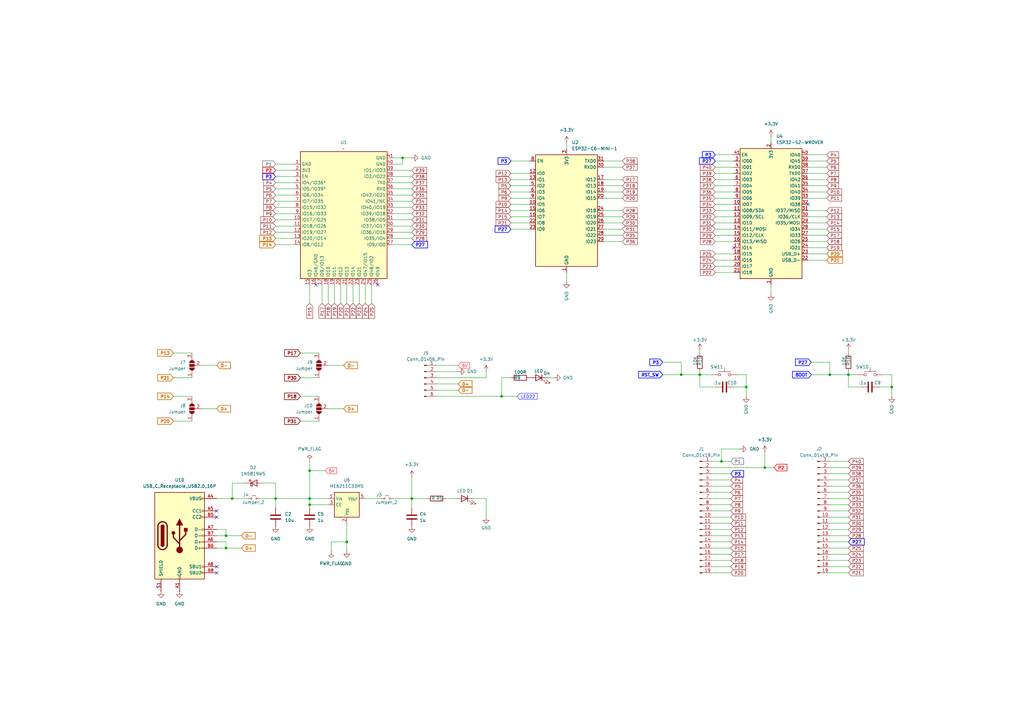
<source format=kicad_sch>
(kicad_sch (version 20250114) (generator "eeschema") (generator_version "9.0")
  (paper "A3")
  (junction (at 365.76 158.75))
  (junction (at 142.24 222.25))
  (junction (at 347.98 153.67))
  (junction (at 95.25 204.47))
  (junction (at 165.1 64.77))
  (junction (at 127 204.47))
  (junction (at 92.71 224.79))
  (junction (at 205.74 162.56))
  (junction (at 306.07 158.75))
  (junction (at 113.03 204.47))
  (junction (at 340.36 153.67))
  (junction (at 279.4 153.67))
  (junction (at 127 207.01))
  (junction (at 168.91 204.47))
  (junction (at 295.91 189.23))
  (junction (at 92.71 219.71))
  (junction (at 127 193.04))
  (junction (at 287.02 153.67))
  (junction (at 313.69 191.77))
  (no_connect (at 331.47 83.82))
  (no_connect (at 154.94 116.84))
  (no_connect (at 88.9 209.55))
  (no_connect (at 300.99 101.6))
  (no_connect (at 88.9 234.95))
  (no_connect (at 88.9 212.09))
  (no_connect (at 129.54 116.84))
  (no_connect (at 88.9 232.41))
  (wire (pts (xy 339.09 93.98) (xy 331.47 93.98)))
  (wire (pts (xy 293.37 68.58) (xy 300.99 68.58)))
  (wire (pts (xy 299.72 207.01) (xy 292.1 207.01)))
  (wire (pts (xy 134.62 124.46) (xy 134.62 116.84)))
  (wire (pts (xy 299.72 227.33) (xy 292.1 227.33)))
  (wire (pts (xy 113.03 100.33) (xy 120.65 100.33)))
  (wire (pts (xy 293.37 109.22) (xy 300.99 109.22)))
  (wire (pts (xy 255.27 93.98) (xy 247.65 93.98)))
  (wire (pts (xy 113.03 74.93) (xy 120.65 74.93)))
  (wire (pts (xy 106.68 204.47) (xy 113.03 204.47)))
  (wire (pts (xy 209.55 88.9) (xy 217.17 88.9)))
  (wire (pts (xy 168.91 87.63) (xy 161.29 87.63)))
  (wire (pts (xy 347.98 153.67) (xy 347.98 158.75)))
  (wire (pts (xy 139.7 124.46) (xy 139.7 116.84)))
  (wire (pts (xy 127 208.28) (xy 127 207.01)))
  (wire (pts (xy 299.72 201.93) (xy 292.1 201.93)))
  (wire (pts (xy 292.1 153.67) (xy 287.02 153.67)))
  (wire (pts (xy 179.07 162.56) (xy 205.74 162.56)))
  (wire (pts (xy 299.72 209.55) (xy 292.1 209.55)))
  (wire (pts (xy 293.37 71.12) (xy 300.99 71.12)))
  (wire (pts (xy 299.72 222.25) (xy 292.1 222.25)))
  (wire (pts (xy 168.91 80.01) (xy 161.29 80.01)))
  (wire (pts (xy 232.41 111.76) (xy 232.41 115.57)))
  (wire (pts (xy 92.71 224.79) (xy 99.06 224.79)))
  (wire (pts (xy 293.37 83.82) (xy 300.99 83.82)))
  (wire (pts (xy 205.74 162.56) (xy 212.09 162.56)))
  (wire (pts (xy 339.09 104.14) (xy 331.47 104.14)))
  (wire (pts (xy 316.23 55.88) (xy 316.23 58.42)))
  (wire (pts (xy 347.98 212.09) (xy 340.36 212.09)))
  (wire (pts (xy 209.55 83.82) (xy 217.17 83.82)))
  (wire (pts (xy 168.91 92.71) (xy 161.29 92.71)))
  (wire (pts (xy 113.03 90.17) (xy 120.65 90.17)))
  (wire (pts (xy 92.71 219.71) (xy 99.06 219.71)))
  (wire (pts (xy 134.62 167.64) (xy 140.97 167.64)))
  (wire (pts (xy 127 189.23) (xy 127 193.04)))
  (wire (pts (xy 147.32 124.46) (xy 147.32 116.84)))
  (wire (pts (xy 279.4 148.59) (xy 279.4 153.67)))
  (wire (pts (xy 135.89 222.25) (xy 135.89 226.06)))
  (wire (pts (xy 224.79 154.94) (xy 227.33 154.94)))
  (wire (pts (xy 209.55 81.28) (xy 217.17 81.28)))
  (wire (pts (xy 113.03 80.01) (xy 120.65 80.01)))
  (wire (pts (xy 199.39 212.09) (xy 199.39 204.47)))
  (wire (pts (xy 271.78 153.67) (xy 279.4 153.67)))
  (wire (pts (xy 127 207.01) (xy 134.62 207.01)))
  (wire (pts (xy 293.37 99.06) (xy 300.99 99.06)))
  (wire (pts (xy 127 204.47) (xy 134.62 204.47)))
  (wire (pts (xy 339.09 81.28) (xy 331.47 81.28)))
  (wire (pts (xy 168.91 82.55) (xy 161.29 82.55)))
  (wire (pts (xy 149.86 204.47) (xy 156.21 204.47)))
  (wire (pts (xy 168.91 95.25) (xy 161.29 95.25)))
  (wire (pts (xy 142.24 222.25) (xy 142.24 226.06)))
  (wire (pts (xy 134.62 149.86) (xy 140.97 149.86)))
  (wire (pts (xy 165.1 64.77) (xy 168.91 64.77)))
  (wire (pts (xy 365.76 162.56) (xy 365.76 158.75)))
  (wire (pts (xy 340.36 153.67) (xy 347.98 153.67)))
  (wire (pts (xy 255.27 86.36) (xy 247.65 86.36)))
  (wire (pts (xy 339.09 99.06) (xy 331.47 99.06)))
  (wire (pts (xy 299.72 224.79) (xy 292.1 224.79)))
  (wire (pts (xy 293.37 81.28) (xy 300.99 81.28)))
  (wire (pts (xy 347.98 224.79) (xy 340.36 224.79)))
  (wire (pts (xy 209.55 71.12) (xy 217.17 71.12)))
  (wire (pts (xy 339.09 71.12) (xy 331.47 71.12)))
  (wire (pts (xy 299.72 196.85) (xy 292.1 196.85)))
  (wire (pts (xy 347.98 219.71) (xy 340.36 219.71)))
  (wire (pts (xy 88.9 224.79) (xy 92.71 224.79)))
  (wire (pts (xy 168.91 72.39) (xy 161.29 72.39)))
  (wire (pts (xy 113.03 204.47) (xy 127 204.47)))
  (wire (pts (xy 339.09 96.52) (xy 331.47 96.52)))
  (wire (pts (xy 168.91 204.47) (xy 168.91 208.28)))
  (wire (pts (xy 88.9 204.47) (xy 95.25 204.47)))
  (wire (pts (xy 95.25 198.12) (xy 100.33 198.12)))
  (wire (pts (xy 88.9 217.17) (xy 92.71 217.17)))
  (wire (pts (xy 107.95 198.12) (xy 113.03 198.12)))
  (wire (pts (xy 209.55 78.74) (xy 217.17 78.74)))
  (wire (pts (xy 339.09 66.04) (xy 331.47 66.04)))
  (wire (pts (xy 293.37 104.14) (xy 300.99 104.14)))
  (wire (pts (xy 293.37 73.66) (xy 300.99 73.66)))
  (wire (pts (xy 137.16 124.46) (xy 137.16 116.84)))
  (wire (pts (xy 339.09 88.9) (xy 331.47 88.9)))
  (wire (pts (xy 299.72 217.17) (xy 292.1 217.17)))
  (wire (pts (xy 209.55 76.2) (xy 217.17 76.2)))
  (wire (pts (xy 339.09 91.44) (xy 331.47 91.44)))
  (wire (pts (xy 113.03 85.09) (xy 120.65 85.09)))
  (wire (pts (xy 306.07 158.75) (xy 300.99 158.75)))
  (wire (pts (xy 293.37 63.5) (xy 300.99 63.5)))
  (wire (pts (xy 347.98 229.87) (xy 340.36 229.87)))
  (wire (pts (xy 123.19 172.72) (xy 130.81 172.72)))
  (wire (pts (xy 71.12 154.94) (xy 78.74 154.94)))
  (wire (pts (xy 347.98 234.95) (xy 340.36 234.95)))
  (wire (pts (xy 347.98 227.33) (xy 340.36 227.33)))
  (wire (pts (xy 293.37 86.36) (xy 300.99 86.36)))
  (wire (pts (xy 149.86 124.46) (xy 149.86 116.84)))
  (wire (pts (xy 306.07 153.67) (xy 302.26 153.67)))
  (wire (pts (xy 113.03 198.12) (xy 113.03 204.47)))
  (wire (pts (xy 161.29 67.31) (xy 165.1 67.31)))
  (wire (pts (xy 293.37 91.44) (xy 300.99 91.44)))
  (wire (pts (xy 306.07 153.67) (xy 306.07 158.75)))
  (wire (pts (xy 133.35 193.04) (xy 127 193.04)))
  (wire (pts (xy 113.03 72.39) (xy 120.65 72.39)))
  (wire (pts (xy 339.09 76.2) (xy 331.47 76.2)))
  (wire (pts (xy 347.98 144.78) (xy 347.98 143.51)))
  (wire (pts (xy 347.98 214.63) (xy 340.36 214.63)))
  (wire (pts (xy 255.27 76.2) (xy 247.65 76.2)))
  (wire (pts (xy 293.37 93.98) (xy 300.99 93.98)))
  (wire (pts (xy 113.03 97.79) (xy 120.65 97.79)))
  (wire (pts (xy 339.09 78.74) (xy 331.47 78.74)))
  (wire (pts (xy 168.91 74.93) (xy 161.29 74.93)))
  (wire (pts (xy 113.03 69.85) (xy 120.65 69.85)))
  (wire (pts (xy 123.19 154.94) (xy 130.81 154.94)))
  (wire (pts (xy 293.37 76.2) (xy 300.99 76.2)))
  (wire (pts (xy 347.98 209.55) (xy 340.36 209.55)))
  (wire (pts (xy 339.09 101.6) (xy 331.47 101.6)))
  (wire (pts (xy 127 207.01) (xy 127 204.47)))
  (wire (pts (xy 209.55 86.36) (xy 217.17 86.36)))
  (wire (pts (xy 293.37 88.9) (xy 300.99 88.9)))
  (wire (pts (xy 299.72 194.31) (xy 292.1 194.31)))
  (wire (pts (xy 279.4 153.67) (xy 287.02 153.67)))
  (wire (pts (xy 339.09 68.58) (xy 331.47 68.58)))
  (wire (pts (xy 299.72 199.39) (xy 292.1 199.39)))
  (wire (pts (xy 199.39 204.47) (xy 194.31 204.47)))
  (wire (pts (xy 347.98 191.77) (xy 340.36 191.77)))
  (wire (pts (xy 209.55 66.04) (xy 217.17 66.04)))
  (wire (pts (xy 113.03 92.71) (xy 120.65 92.71)))
  (wire (pts (xy 187.96 149.86) (xy 179.07 149.86)))
  (wire (pts (xy 71.12 162.56) (xy 78.74 162.56)))
  (wire (pts (xy 179.07 160.02) (xy 187.96 160.02)))
  (wire (pts (xy 293.37 78.74) (xy 300.99 78.74)))
  (wire (pts (xy 347.98 201.93) (xy 340.36 201.93)))
  (wire (pts (xy 339.09 73.66) (xy 331.47 73.66)))
  (wire (pts (xy 209.55 73.66) (xy 217.17 73.66)))
  (wire (pts (xy 186.69 204.47) (xy 182.88 204.47)))
  (wire (pts (xy 347.98 194.31) (xy 340.36 194.31)))
  (wire (pts (xy 299.72 204.47) (xy 292.1 204.47)))
  (wire (pts (xy 351.79 153.67) (xy 347.98 153.67)))
  (wire (pts (xy 365.76 153.67) (xy 365.76 158.75)))
  (wire (pts (xy 168.91 97.79) (xy 161.29 97.79)))
  (wire (pts (xy 152.4 124.46) (xy 152.4 116.84)))
  (wire (pts (xy 161.29 64.77) (xy 165.1 64.77)))
  (wire (pts (xy 113.03 95.25) (xy 120.65 95.25)))
  (wire (pts (xy 82.55 149.86) (xy 88.9 149.86)))
  (wire (pts (xy 168.91 100.33) (xy 161.29 100.33)))
  (wire (pts (xy 293.37 66.04) (xy 300.99 66.04)))
  (wire (pts (xy 255.27 73.66) (xy 247.65 73.66)))
  (wire (pts (xy 113.03 208.28) (xy 113.03 204.47)))
  (wire (pts (xy 199.39 154.94) (xy 179.07 154.94)))
  (wire (pts (xy 287.02 152.4) (xy 287.02 153.67)))
  (wire (pts (xy 339.09 86.36) (xy 331.47 86.36)))
  (wire (pts (xy 316.23 116.84) (xy 316.23 120.65)))
  (wire (pts (xy 347.98 152.4) (xy 347.98 153.67)))
  (wire (pts (xy 313.69 191.77) (xy 313.69 185.42)))
  (wire (pts (xy 71.12 144.78) (xy 78.74 144.78)))
  (wire (pts (xy 161.29 204.47) (xy 168.91 204.47)))
  (wire (pts (xy 347.98 196.85) (xy 340.36 196.85)))
  (wire (pts (xy 142.24 214.63) (xy 142.24 222.25)))
  (wire (pts (xy 347.98 232.41) (xy 340.36 232.41)))
  (wire (pts (xy 353.06 158.75) (xy 347.98 158.75)))
  (wire (pts (xy 175.26 204.47) (xy 168.91 204.47)))
  (wire (pts (xy 332.74 148.59) (xy 340.36 148.59)))
  (wire (pts (xy 82.55 167.64) (xy 88.9 167.64)))
  (wire (pts (xy 295.91 184.15) (xy 295.91 189.23)))
  (wire (pts (xy 299.72 234.95) (xy 292.1 234.95)))
  (wire (pts (xy 205.74 154.94) (xy 205.74 162.56)))
  (wire (pts (xy 92.71 224.79) (xy 92.71 222.25)))
  (wire (pts (xy 135.89 222.25) (xy 142.24 222.25)))
  (wire (pts (xy 255.27 66.04) (xy 247.65 66.04)))
  (wire (pts (xy 293.37 158.75) (xy 287.02 158.75)))
  (wire (pts (xy 113.03 87.63) (xy 120.65 87.63)))
  (wire (pts (xy 299.72 229.87) (xy 292.1 229.87)))
  (wire (pts (xy 142.24 124.46) (xy 142.24 116.84)))
  (wire (pts (xy 340.36 189.23) (xy 347.98 189.23)))
  (wire (pts (xy 168.91 69.85) (xy 161.29 69.85)))
  (wire (pts (xy 287.02 153.67) (xy 287.02 158.75)))
  (wire (pts (xy 199.39 152.4) (xy 199.39 154.94)))
  (wire (pts (xy 287.02 144.78) (xy 287.02 143.51)))
  (wire (pts (xy 255.27 96.52) (xy 247.65 96.52)))
  (wire (pts (xy 365.76 158.75) (xy 360.68 158.75)))
  (wire (pts (xy 255.27 78.74) (xy 247.65 78.74)))
  (wire (pts (xy 168.91 90.17) (xy 161.29 90.17)))
  (wire (pts (xy 232.41 58.42) (xy 232.41 60.96)))
  (wire (pts (xy 88.9 219.71) (xy 92.71 219.71)))
  (wire (pts (xy 347.98 204.47) (xy 340.36 204.47)))
  (wire (pts (xy 144.78 124.46) (xy 144.78 116.84)))
  (wire (pts (xy 123.19 144.78) (xy 130.81 144.78)))
  (wire (pts (xy 168.91 195.58) (xy 168.91 204.47)))
  (wire (pts (xy 71.12 172.72) (xy 78.74 172.72)))
  (wire (pts (xy 299.72 219.71) (xy 292.1 219.71)))
  (wire (pts (xy 209.55 91.44) (xy 217.17 91.44)))
  (wire (pts (xy 209.55 93.98) (xy 217.17 93.98)))
  (wire (pts (xy 303.53 184.15) (xy 295.91 184.15)))
  (wire (pts (xy 92.71 219.71) (xy 92.71 217.17)))
  (wire (pts (xy 299.72 212.09) (xy 292.1 212.09)))
  (wire (pts (xy 95.25 198.12) (xy 95.25 204.47)))
  (wire (pts (xy 127 193.04) (xy 127 204.47)))
  (wire (pts (xy 347.98 207.01) (xy 340.36 207.01)))
  (wire (pts (xy 306.07 162.56) (xy 306.07 158.75)))
  (wire (pts (xy 347.98 217.17) (xy 340.36 217.17)))
  (wire (pts (xy 365.76 153.67) (xy 361.95 153.67)))
  (wire (pts (xy 255.27 91.44) (xy 247.65 91.44)))
  (wire (pts (xy 299.72 189.23) (xy 295.91 189.23)))
  (wire (pts (xy 313.69 191.77) (xy 292.1 191.77)))
  (wire (pts (xy 299.72 232.41) (xy 292.1 232.41)))
  (wire (pts (xy 113.03 82.55) (xy 120.65 82.55)))
  (wire (pts (xy 293.37 96.52) (xy 300.99 96.52)))
  (wire (pts (xy 339.09 106.68) (xy 331.47 106.68)))
  (wire (pts (xy 255.27 88.9) (xy 247.65 88.9)))
  (wire (pts (xy 339.09 63.5) (xy 331.47 63.5)))
  (wire (pts (xy 123.19 162.56) (xy 130.81 162.56)))
  (wire (pts (xy 271.78 148.59) (xy 279.4 148.59)))
  (wire (pts (xy 88.9 222.25) (xy 92.71 222.25)))
  (wire (pts (xy 299.72 214.63) (xy 292.1 214.63)))
  (wire (pts (xy 255.27 81.28) (xy 247.65 81.28)))
  (wire (pts (xy 347.98 222.25) (xy 340.36 222.25)))
  (wire (pts (xy 332.74 153.67) (xy 340.36 153.67)))
  (wire (pts (xy 317.5 191.77) (xy 313.69 191.77)))
  (wire (pts (xy 113.03 67.31) (xy 120.65 67.31)))
  (wire (pts (xy 295.91 189.23) (xy 292.1 189.23)))
  (wire (pts (xy 168.91 77.47) (xy 161.29 77.47)))
  (wire (pts (xy 179.07 152.4) (xy 187.96 152.4)))
  (wire (pts (xy 179.07 157.48) (xy 187.96 157.48)))
  (wire (pts (xy 293.37 111.76) (xy 300.99 111.76)))
  (wire (pts (xy 168.91 85.09) (xy 161.29 85.09)))
  (wire (pts (xy 293.37 106.68) (xy 300.99 106.68)))
  (wire (pts (xy 165.1 64.77) (xy 165.1 67.31)))
  (wire (pts (xy 127 124.46) (xy 127 116.84)))
  (wire (pts (xy 132.08 124.46) (xy 132.08 116.84)))
  (wire (pts (xy 255.27 68.58) (xy 247.65 68.58)))
  (wire (pts (xy 95.25 204.47) (xy 101.6 204.47)))
  (wire (pts (xy 255.27 99.06) (xy 247.65 99.06)))
  (wire (pts (xy 113.03 77.47) (xy 120.65 77.47)))
  (wire (pts (xy 209.55 154.94) (xy 205.74 154.94)))
  (wire (pts (xy 347.98 199.39) (xy 340.36 199.39)))
  (wire (pts (xy 340.36 148.59) (xy 340.36 153.67)))
  (global_label "P33" (shape input) (at 293.37 86.36 180) (property "Intersheetrefs" "${INTERSHEET_REFS}" (effects (hide yes))))
  (global_label "P23" (shape input) (at 147.32 124.46 270) (property "Intersheetrefs" "${INTERSHEET_REFS}" (effects (hide yes))))
  (global_label "RST_SW" (shape input) (at 271.78 153.67 180) (effects (font (thickness 0.254) (bold yes))) (property "Intersheetrefs" "${INTERSHEET_REFS}" (effects (hide yes))))
  (global_label "P28" (shape input) (at 347.98 219.71 0) (property "Intersheetrefs" "${INTERSHEET_REFS}" (effects (hide yes))))
  (global_label "P3" (shape input) (at 271.78 148.59 180) (effects (font (thickness 0.254) (bold yes))) (property "Intersheetrefs" "${INTERSHEET_REFS}" (effects (hide yes))))
  (global_label "P30" (shape input) (at 293.37 93.98 180) (property "Intersheetrefs" "${INTERSHEET_REFS}" (effects (hide yes))))
  (global_label "P12" (shape input) (at 339.09 86.36 0) (property "Intersheetrefs" "${INTERSHEET_REFS}" (effects (hide yes))))
  (global_label "P33" (shape input) (at 168.91 85.09 0) (property "Intersheetrefs" "${INTERSHEET_REFS}" (effects (hide yes))))
  (global_label "P3" (shape input) (at 299.72 194.31 0) (effects (font (thickness 0.254) (bold yes))) (property "Intersheetrefs" "${INTERSHEET_REFS}" (effects (hide yes))))
  (global_label "P9" (shape input) (at 299.72 209.55 0) (property "Intersheetrefs" "${INTERSHEET_REFS}" (effects (hide yes))))
  (global_label "P5" (shape input) (at 113.03 77.47 180) (property "Intersheetrefs" "${INTERSHEET_REFS}" (effects (hide yes))))
  (global_label "P17" (shape input) (at 299.72 227.33 0) (property "Intersheetrefs" "${INTERSHEET_REFS}" (effects (hide yes))))
  (global_label "P29" (shape input) (at 168.91 95.25 0) (property "Intersheetrefs" "${INTERSHEET_REFS}" (effects (hide yes))))
  (global_label "P37" (shape input) (at 347.98 196.85 0) (property "Intersheetrefs" "${INTERSHEET_REFS}" (effects (hide yes))))
  (global_label "P5" (shape input) (at 299.72 199.39 0) (property "Intersheetrefs" "${INTERSHEET_REFS}" (effects (hide yes))))
  (global_label "P20" (shape input) (at 71.12 172.72 180) (effects (font (thickness 0.254) (bold yes))) (property "Intersheetrefs" "${INTERSHEET_REFS}" (effects (hide yes))))
  (global_label "P11" (shape input) (at 113.03 92.71 180) (property "Intersheetrefs" "${INTERSHEET_REFS}" (effects (hide yes))))
  (global_label "P23" (shape input) (at 293.37 109.22 180) (property "Intersheetrefs" "${INTERSHEET_REFS}" (effects (hide yes))))
  (global_label "P31" (shape input) (at 347.98 212.09 0) (property "Intersheetrefs" "${INTERSHEET_REFS}" (effects (hide yes))))
  (global_label "P18" (shape input) (at 123.19 162.56 180) (effects (font (thickness 0.254) (bold yes))) (property "Intersheetrefs" "${INTERSHEET_REFS}" (effects (hide yes))))
  (global_label "P1" (shape input) (at 299.72 189.23 0) (effects (font (thickness 0.254) (bold yes))) (property "Intersheetrefs" "${INTERSHEET_REFS}" (effects (hide yes))))
  (global_label "P4" (shape input) (at 339.09 63.5 0) (property "Intersheetrefs" "${INTERSHEET_REFS}" (effects (hide yes))))
  (global_label "P21" (shape input) (at 71.12 154.94 180) (effects (font (thickness 0.254) (bold yes))) (property "Intersheetrefs" "${INTERSHEET_REFS}" (effects (hide yes))))
  (global_label "P18" (shape input) (at 339.09 99.06 0) (property "Intersheetrefs" "${INTERSHEET_REFS}" (effects (hide yes))))
  (global_label "P19" (shape input) (at 137.16 124.46 270) (property "Intersheetrefs" "${INTERSHEET_REFS}" (effects (hide yes))))
  (global_label "P27" (shape input) (at 293.37 66.04 180) (effects (font (thickness 0.254) (bold yes))) (property "Intersheetrefs" "${INTERSHEET_REFS}" (effects (hide yes))))
  (global_label "P20" (shape input) (at 139.7 124.46 270) (property "Intersheetrefs" "${INTERSHEET_REFS}" (effects (hide yes))))
  (global_label "P7" (shape input) (at 299.72 204.47 0) (property "Intersheetrefs" "${INTERSHEET_REFS}" (effects (hide yes))))
  (global_label "D+" (shape input) (at 187.96 157.48 0) (effects (font (thickness 0.254) (bold yes))) (property "Intersheetrefs" "${INTERSHEET_REFS}" (effects (hide yes))))
  (global_label "P5" (shape input) (at 339.09 66.04 0) (property "Intersheetrefs" "${INTERSHEET_REFS}" (effects (hide yes))))
  (global_label "P3" (shape input) (at 113.03 72.39 180) (effects (font (thickness 0.254) (bold yes))) (property "Intersheetrefs" "${INTERSHEET_REFS}" (effects (hide yes))))
  (global_label "P10" (shape input) (at 339.09 78.74 0) (property "Intersheetrefs" "${INTERSHEET_REFS}" (effects (hide yes))))
  (global_label "D+" (shape input) (at 88.9 167.64 0) (effects (font (thickness 0.254) (bold yes))) (property "Intersheetrefs" "${INTERSHEET_REFS}" (effects (hide yes))))
  (global_label "P2" (shape input) (at 113.03 69.85 180) (effects (font (thickness 0.254) (bold yes))) (property "Intersheetrefs" "${INTERSHEET_REFS}" (effects (hide yes))))
  (global_label "P35" (shape input) (at 255.27 96.52 0) (property "Intersheetrefs" "${INTERSHEET_REFS}" (effects (hide yes))))
  (global_label "D-" (shape input) (at 187.96 160.02 0) (effects (font (thickness 0.254) (bold yes))) (property "Intersheetrefs" "${INTERSHEET_REFS}" (effects (hide yes))))
  (global_label "P7" (shape input) (at 339.09 71.12 0) (property "Intersheetrefs" "${INTERSHEET_REFS}" (effects (hide yes))))
  (global_label "P37" (shape input) (at 168.91 74.93 0) (property "Intersheetrefs" "${INTERSHEET_REFS}" (effects (hide yes))))
  (global_label "P4" (shape input) (at 299.72 196.85 0) (property "Intersheetrefs" "${INTERSHEET_REFS}" (effects (hide yes))))
  (global_label "P30" (shape input) (at 255.27 91.44 0) (property "Intersheetrefs" "${INTERSHEET_REFS}" (effects (hide yes))))
  (global_label "P34" (shape input) (at 347.98 204.47 0) (property "Intersheetrefs" "${INTERSHEET_REFS}" (effects (hide yes))))
  (global_label "P31" (shape input) (at 293.37 91.44 180) (property "Intersheetrefs" "${INTERSHEET_REFS}" (effects (hide yes))))
  (global_label "P11" (shape input) (at 339.09 81.28 0) (property "Intersheetrefs" "${INTERSHEET_REFS}" (effects (hide yes))))
  (global_label "P21" (shape input) (at 347.98 234.95 0) (property "Intersheetrefs" "${INTERSHEET_REFS}" (effects (hide yes))))
  (global_label "P12" (shape input) (at 209.55 71.12 180) (property "Intersheetrefs" "${INTERSHEET_REFS}" (effects (hide yes))))
  (global_label "P34" (shape input) (at 168.91 82.55 0) (property "Intersheetrefs" "${INTERSHEET_REFS}" (effects (hide yes))))
  (global_label "P12" (shape input) (at 299.72 217.17 0) (property "Intersheetrefs" "${INTERSHEET_REFS}" (effects (hide yes))))
  (global_label "P13" (shape input) (at 299.72 219.71 0) (property "Intersheetrefs" "${INTERSHEET_REFS}" (effects (hide yes))))
  (global_label "P36" (shape input) (at 168.91 77.47 0) (property "Intersheetrefs" "${INTERSHEET_REFS}" (effects (hide yes))))
  (global_label "P20" (shape input) (at 255.27 81.28 0) (property "Intersheetrefs" "${INTERSHEET_REFS}" (effects (hide yes))))
  (global_label "P6" (shape input) (at 299.72 201.93 0) (property "Intersheetrefs" "${INTERSHEET_REFS}" (effects (hide yes))))
  (global_label "P28" (shape input) (at 255.27 86.36 0) (property "Intersheetrefs" "${INTERSHEET_REFS}" (effects (hide yes))))
  (global_label "P21" (shape input) (at 142.24 124.46 270) (property "Intersheetrefs" "${INTERSHEET_REFS}" (effects (hide yes))))
  (global_label "P18" (shape input) (at 299.72 229.87 0) (property "Intersheetrefs" "${INTERSHEET_REFS}" (effects (hide yes))))
  (global_label "P25" (shape input) (at 152.4 124.46 270) (property "Intersheetrefs" "${INTERSHEET_REFS}" (effects (hide yes))))
  (global_label "D-" (shape input) (at 99.06 219.71 0) (effects (font (thickness 0.254) (bold yes))) (property "Intersheetrefs" "${INTERSHEET_REFS}" (effects (hide yes))))
  (global_label "P30" (shape input) (at 168.91 92.71 0) (property "Intersheetrefs" "${INTERSHEET_REFS}" (effects (hide yes))))
  (global_label "P34" (shape input) (at 293.37 83.82 180) (property "Intersheetrefs" "${INTERSHEET_REFS}" (effects (hide yes))))
  (global_label "P36" (shape input) (at 255.27 99.06 0) (property "Intersheetrefs" "${INTERSHEET_REFS}" (effects (hide yes))))
  (global_label "P28" (shape input) (at 293.37 99.06 180) (property "Intersheetrefs" "${INTERSHEET_REFS}" (effects (hide yes))))
  (global_label "P19" (shape input) (at 299.72 232.41 0) (property "Intersheetrefs" "${INTERSHEET_REFS}" (effects (hide yes))))
  (global_label "P38" (shape input) (at 347.98 194.31 0) (property "Intersheetrefs" "${INTERSHEET_REFS}" (effects (hide yes))))
  (global_label "P40" (shape input) (at 293.37 68.58 180) (property "Intersheetrefs" "${INTERSHEET_REFS}" (effects (hide yes))))
  (global_label "P4" (shape input) (at 113.03 74.93 180) (property "Intersheetrefs" "${INTERSHEET_REFS}" (effects (hide yes))))
  (global_label "P15" (shape input) (at 127 124.46 270) (property "Intersheetrefs" "${INTERSHEET_REFS}" (effects (hide yes))))
  (global_label "P24" (shape input) (at 293.37 106.68 180) (property "Intersheetrefs" "${INTERSHEET_REFS}" (effects (hide yes))))
  (global_label "P33" (shape input) (at 347.98 207.01 0) (property "Intersheetrefs" "${INTERSHEET_REFS}" (effects (hide yes))))
  (global_label "P17" (shape input) (at 132.08 124.46 270) (property "Intersheetrefs" "${INTERSHEET_REFS}" (effects (hide yes))))
  (global_label "LED22" (shape input) (at 212.09 162.56 0) (property "Intersheetrefs" "${INTERSHEET_REFS}" (effects (hide yes))))
  (global_label "P12" (shape input) (at 113.03 95.25 180) (property "Intersheetrefs" "${INTERSHEET_REFS}" (effects (hide yes))))
  (global_label "P20" (shape input) (at 339.09 104.14 0) (effects (font (thickness 0.254) (bold yes))) (property "Intersheetrefs" "${INTERSHEET_REFS}" (effects (hide yes))))
  (global_label "P36" (shape input) (at 293.37 78.74 180) (property "Intersheetrefs" "${INTERSHEET_REFS}" (effects (hide yes))))
  (global_label "P3" (shape input) (at 293.37 63.5 180) (effects (font (thickness 0.254) (bold yes))) (property "Intersheetrefs" "${INTERSHEET_REFS}" (effects (hide yes))))
  (global_label "P14" (shape input) (at 113.03 100.33 180) (effects (font (thickness 0.254) (bold yes))) (property "Intersheetrefs" "${INTERSHEET_REFS}" (effects (hide yes))))
  (global_label "P24" (shape input) (at 149.86 124.46 270) (property "Intersheetrefs" "${INTERSHEET_REFS}" (effects (hide yes))))
  (global_label "P21" (shape input) (at 339.09 106.68 0) (effects (font (thickness 0.254) (bold yes))) (property "Intersheetrefs" "${INTERSHEET_REFS}" (effects (hide yes))))
  (global_label "P19" (shape input) (at 339.09 101.6 0) (property "Intersheetrefs" "${INTERSHEET_REFS}" (effects (hide yes))))
  (global_label "P31" (shape input) (at 168.91 90.17 0) (property "Intersheetrefs" "${INTERSHEET_REFS}" (effects (hide yes))))
  (global_label "P19" (shape input) (at 255.27 78.74 0) (property "Intersheetrefs" "${INTERSHEET_REFS}" (effects (hide yes))))
  (global_label "P37" (shape input) (at 293.37 76.2 180) (property "Intersheetrefs" "${INTERSHEET_REFS}" (effects (hide yes))))
  (global_label "P27" (shape input) (at 347.98 222.25 0) (effects (font (thickness 0.254) (bold yes))) (property "Intersheetrefs" "${INTERSHEET_REFS}" (effects (hide yes))))
  (global_label "P3" (shape input) (at 209.55 66.04 180) (effects (font (thickness 0.254) (bold yes))) (property "Intersheetrefs" "${INTERSHEET_REFS}" (effects (hide yes))))
  (global_label "P13" (shape input) (at 113.03 97.79 180) (effects (font (thickness 0.254) (bold yes))) (property "Intersheetrefs" "${INTERSHEET_REFS}" (effects (hide yes))))
  (global_label "P17" (shape input) (at 123.19 144.78 180) (effects (font (thickness 0.254) (bold yes))) (property "Intersheetrefs" "${INTERSHEET_REFS}" (effects (hide yes))))
  (global_label "P29" (shape input) (at 255.27 88.9 0) (property "Intersheetrefs" "${INTERSHEET_REFS}" (effects (hide yes))))
  (global_label "P14" (shape input) (at 299.72 222.25 0) (property "Intersheetrefs" "${INTERSHEET_REFS}" (effects (hide yes))))
  (global_label "P7" (shape input) (at 113.03 82.55 180) (property "Intersheetrefs" "${INTERSHEET_REFS}" (effects (hide yes))))
  (global_label "P8" (shape input) (at 339.09 73.66 0) (property "Intersheetrefs" "${INTERSHEET_REFS}" (effects (hide yes))))
  (global_label "P8" (shape input) (at 113.03 85.09 180) (property "Intersheetrefs" "${INTERSHEET_REFS}" (effects (hide yes))))
  (global_label "P14" (shape input) (at 71.12 162.56 180) (effects (font (thickness 0.254) (bold yes))) (property "Intersheetrefs" "${INTERSHEET_REFS}" (effects (hide yes))))
  (global_label "D-" (shape input) (at 140.97 149.86 0) (effects (font (thickness 0.254) (bold yes))) (property "Intersheetrefs" "${INTERSHEET_REFS}" (effects (hide yes))))
  (global_label "5V" (shape input) (at 133.35 193.04 0) (property "Intersheetrefs" "${INTERSHEET_REFS}" (effects (hide yes))))
  (global_label "P2" (shape input) (at 317.5 191.77 0) (effects (font (thickness 0.254) (bold yes))) (property "Intersheetrefs" "${INTERSHEET_REFS}" (effects (hide yes))))
  (global_label "P13" (shape input) (at 71.12 144.78 180) (effects (font (thickness 0.254) (bold yes))) (property "Intersheetrefs" "${INTERSHEET_REFS}" (effects (hide yes))))
  (global_label "P24" (shape input) (at 347.98 227.33 0) (property "Intersheetrefs" "${INTERSHEET_REFS}" (effects (hide yes))))
  (global_label "P38" (shape input) (at 293.37 73.66 180) (property "Intersheetrefs" "${INTERSHEET_REFS}" (effects (hide yes))))
  (global_label "P37" (shape input) (at 255.27 68.58 0) (property "Intersheetrefs" "${INTERSHEET_REFS}" (effects (hide yes))))
  (global_label "P35" (shape input) (at 293.37 81.28 180) (property "Intersheetrefs" "${INTERSHEET_REFS}" (effects (hide yes))))
  (global_label "P27" (shape input) (at 168.91 100.33 0) (effects (font (thickness 0.254) (bold yes))) (property "Intersheetrefs" "${INTERSHEET_REFS}" (effects (hide yes))))
  (global_label "P29" (shape input) (at 347.98 217.17 0) (property "Intersheetrefs" "${INTERSHEET_REFS}" (effects (hide yes))))
  (global_label "P38" (shape input) (at 255.27 66.04 0) (property "Intersheetrefs" "${INTERSHEET_REFS}" (effects (hide yes))))
  (global_label "P28" (shape input) (at 168.91 97.79 0) (property "Intersheetrefs" "${INTERSHEET_REFS}" (effects (hide yes))))
  (global_label "P6" (shape input) (at 113.03 80.01 180) (property "Intersheetrefs" "${INTERSHEET_REFS}" (effects (hide yes))))
  (global_label "P14" (shape input) (at 339.09 91.44 0) (property "Intersheetrefs" "${INTERSHEET_REFS}" (effects (hide yes))))
  (global_label "P9" (shape input) (at 339.09 76.2 0) (property "Intersheetrefs" "${INTERSHEET_REFS}" (effects (hide yes))))
  (global_label "P25" (shape input) (at 347.98 224.79 0) (property "Intersheetrefs" "${INTERSHEET_REFS}" (effects (hide yes))))
  (global_label "P32" (shape input) (at 168.91 87.63 0) (property "Intersheetrefs" "${INTERSHEET_REFS}" (effects (hide yes))))
  (global_label "P22" (shape input) (at 347.98 232.41 0) (property "Intersheetrefs" "${INTERSHEET_REFS}" (effects (hide yes))))
  (global_label "D-" (shape input) (at 88.9 149.86 0) (effects (font (thickness 0.254) (bold yes))) (property "Intersheetrefs" "${INTERSHEET_REFS}" (effects (hide yes))))
  (global_label "P13" (shape input) (at 339.09 88.9 0) (property "Intersheetrefs" "${INTERSHEET_REFS}" (effects (hide yes))))
  (global_label "P8" (shape input) (at 299.72 207.01 0) (property "Intersheetrefs" "${INTERSHEET_REFS}" (effects (hide yes))))
  (global_label "P10" (shape input) (at 299.72 212.09 0) (property "Intersheetrefs" "${INTERSHEET_REFS}" (effects (hide yes))))
  (global_label "P39" (shape input) (at 347.98 191.77 0) (property "Intersheetrefs" "${INTERSHEET_REFS}" (effects (hide yes))))
  (global_label "P14" (shape input) (at 209.55 86.36 180) (property "Intersheetrefs" "${INTERSHEET_REFS}" (effects (hide yes))))
  (global_label "P1" (shape input) (at 113.03 67.31 180) (effects (font (thickness 0.254) (bold yes))) (property "Intersheetrefs" "${INTERSHEET_REFS}" (effects (hide yes))))
  (global_label "P25" (shape input) (at 293.37 104.14 180) (property "Intersheetrefs" "${INTERSHEET_REFS}" (effects (hide yes))))
  (global_label "P40" (shape input) (at 347.98 189.23 0) (property "Intersheetrefs" "${INTERSHEET_REFS}" (effects (hide yes))))
  (global_label "P15" (shape input) (at 299.72 224.79 0) (property "Intersheetrefs" "${INTERSHEET_REFS}" (effects (hide yes))))
  (global_label "D+" (shape input) (at 99.06 224.79 0) (effects (font (thickness 0.254) (bold yes))) (property "Intersheetrefs" "${INTERSHEET_REFS}" (effects (hide yes))))
  (global_label "P11" (shape input) (at 299.72 214.63 0) (property "Intersheetrefs" "${INTERSHEET_REFS}" (effects (hide yes))))
  (global_label "P20" (shape input) (at 299.72 234.95 0) (property "Intersheetrefs" "${INTERSHEET_REFS}" (effects (hide yes))))
  (global_label "P15" (shape input) (at 209.55 88.9 180) (property "Intersheetrefs" "${INTERSHEET_REFS}" (effects (hide yes))))
  (global_label "P32" (shape input) (at 293.37 88.9 180) (property "Intersheetrefs" "${INTERSHEET_REFS}" (effects (hide yes))))
  (global_label "P6" (shape input) (at 209.55 78.74 180) (property "Intersheetrefs" "${INTERSHEET_REFS}" (effects (hide yes))))
  (global_label "P6" (shape input) (at 339.09 68.58 0) (property "Intersheetrefs" "${INTERSHEET_REFS}" (effects (hide yes))))
  (global_label "P15" (shape input) (at 339.09 93.98 0) (property "Intersheetrefs" "${INTERSHEET_REFS}" (effects (hide yes))))
  (global_label "P31" (shape input) (at 255.27 93.98 0) (property "Intersheetrefs" "${INTERSHEET_REFS}" (effects (hide yes))))
  (global_label "P22" (shape input) (at 293.37 111.76 180) (property "Intersheetrefs" "${INTERSHEET_REFS}" (effects (hide yes))))
  (global_label "P17" (shape input) (at 339.09 96.52 0) (property "Intersheetrefs" "${INTERSHEET_REFS}" (effects (hide yes))))
  (global_label "5V" (shape input) (at 187.96 149.86 0) (property "Intersheetrefs" "${INTERSHEET_REFS}" (effects (hide yes))))
  (global_label "P27" (shape input) (at 209.55 93.98 180) (effects (font (thickness 0.254) (bold yes))) (property "Intersheetrefs" "${INTERSHEET_REFS}" (effects (hide yes))))
  (global_label "P23" (shape input) (at 347.98 229.87 0) (property "Intersheetrefs" "${INTERSHEET_REFS}" (effects (hide yes))))
  (global_label "P18" (shape input) (at 255.27 76.2 0) (property "Intersheetrefs" "${INTERSHEET_REFS}" (effects (hide yes))))
  (global_label "P17" (shape input) (at 255.27 73.66 0) (property "Intersheetrefs" "${INTERSHEET_REFS}" (effects (hide yes))))
  (global_label "P10" (shape input) (at 113.03 90.17 180) (property "Intersheetrefs" "${INTERSHEET_REFS}" (effects (hide yes))))
  (global_label "P10" (shape input) (at 209.55 83.82 180) (property "Intersheetrefs" "${INTERSHEET_REFS}" (effects (hide yes))))
  (global_label "P18" (shape input) (at 134.62 124.46 270) (property "Intersheetrefs" "${INTERSHEET_REFS}" (effects (hide yes))))
  (global_label "P35" (shape input) (at 168.91 80.01 0) (property "Intersheetrefs" "${INTERSHEET_REFS}" (effects (hide yes))))
  (global_label "P31" (shape input) (at 123.19 172.72 180) (effects (font (thickness 0.254) (bold yes))) (property "Intersheetrefs" "${INTERSHEET_REFS}" (effects (hide yes))))
  (global_label "P38" (shape input) (at 168.91 72.39 0) (property "Intersheetrefs" "${INTERSHEET_REFS}" (effects (hide yes))))
  (global_label "P35" (shape input) (at 347.98 201.93 0) (property "Intersheetrefs" "${INTERSHEET_REFS}" (effects (hide yes))))
  (global_label "P29" (shape input) (at 293.37 96.52 180) (property "Intersheetrefs" "${INTERSHEET_REFS}" (effects (hide yes))))
  (global_label "P13" (shape input) (at 209.55 73.66 180) (property "Intersheetrefs" "${INTERSHEET_REFS}" (effects (hide yes))))
  (global_label "P9" (shape input) (at 209.55 81.28 180) (property "Intersheetrefs" "${INTERSHEET_REFS}" (effects (hide yes))))
  (global_label "P27" (shape input) (at 332.74 148.59 180) (effects (font (thickness 0.254) (bold yes))) (property "Intersheetrefs" "${INTERSHEET_REFS}" (effects (hide yes))))
  (global_label "P30" (shape input) (at 123.19 154.94 180) (effects (font (thickness 0.254) (bold yes))) (property "Intersheetrefs" "${INTERSHEET_REFS}" (effects (hide yes))))
  (global_label "P32" (shape input) (at 347.98 209.55 0) (property "Intersheetrefs" "${INTERSHEET_REFS}" (effects (hide yes))))
  (global_label "BOOT" (shape input) (at 332.74 153.67 180) (effects (font (thickness 0.254) (bold yes))) (property "Intersheetrefs" "${INTERSHEET_REFS}" (effects (hide yes))))
  (global_label "P30" (shape input) (at 347.98 214.63 0) (property "Intersheetrefs" "${INTERSHEET_REFS}" (effects (hide yes))))
  (global_label "P21" (shape input) (at 209.55 91.44 180) (property "Intersheetrefs" "${INTERSHEET_REFS}" (effects (hide yes))))
  (global_label "P5" (shape input) (at 209.55 76.2 180) (property "Intersheetrefs" "${INTERSHEET_REFS}" (effects (hide yes))))
  (global_label "P39" (shape input) (at 293.37 71.12 180) (property "Intersheetrefs" "${INTERSHEET_REFS}" (effects (hide yes))))
  (global_label "P36" (shape input) (at 347.98 199.39 0) (property "Intersheetrefs" "${INTERSHEET_REFS}" (effects (hide yes))))
  (global_label "D+" (shape input) (at 140.97 167.64 0) (effects (font (thickness 0.254) (bold yes))) (property "Intersheetrefs" "${INTERSHEET_REFS}" (effects (hide yes))))
  (global_label "P22" (shape input) (at 144.78 124.46 270) (property "Intersheetrefs" "${INTERSHEET_REFS}" (effects (hide yes))))
  (global_label "P9" (shape input) (at 113.03 87.63 180) (property "Intersheetrefs" "${INTERSHEET_REFS}" (effects (hide yes))))
  (global_label "P39" (shape input) (at 168.91 69.85 0) (property "Intersheetrefs" "${INTERSHEET_REFS}" (effects (hide yes))))
  (symbol (lib_name "GND_1") (lib_id "power:GND") (at 142.24 226.06 0) (unit 1)
    (property "Reference" "#PWR010" (effects (hide yes)))
    (property "Value" "GND" (at 142.24 231.14 0))
    (property "Description" "Power symbol creates a global label with name \"GND\" , ground" (effects (hide yes)))
  )
  (symbol (lib_id "Connector:Conn_01x19_Pin") (at 335.28 212.09 0) (unit 1)
    (property "Reference" "J2" (at 335.915 184.15 0))
    (property "Value" "Conn_01x19_Pin" (at 335.915 186.69 0))
    (property "Footprint" "Connector_PinHeader_2.54mm:PinHeader_1x19_P2.54mm_Vertical" (effects (hide yes)))
    (property "Description" "Generic connector, single row, 01x19, script generated" (effects (hide yes)))
  )
  (symbol (lib_id "Jumper:SolderJumper_3_Open") (at 78.74 167.64 90) (unit 1) (in_bom no)
    (property "Reference" "J8" (at 76.2 166.3699 90) (effects (justify left)))
    (property "Value" "Jumper" (at 76.2 168.9099 90) (effects (justify left)))
    (property "Footprint" "IOT-Mess-Footprints:Jumper-3_P1.3mm_Open_RoundedPad1.0x1.5mm" (effects (hide yes)))
    (property "Description" "Solder Jumper, 3-pole, open" (effects (hide yes)))
  )
  (symbol (lib_name "GND_1") (lib_id "power:GND") (at 232.41 115.57 0) (mirror y) (unit 1)
    (property "Reference" "#PWR038" (effects (hide yes)))
    (property "Value" "GND" (at 232.4101 119.38 90) (effects (justify right)))
    (property "Description" "Power symbol creates a global label with name \"GND\" , ground" (effects (hide yes)))
  )
  (symbol (lib_id "Jumper:SolderJumper_3_Open") (at 130.81 149.86 90) (unit 1) (in_bom no)
    (property "Reference" "J9" (at 128.27 148.5899 90) (effects (justify left)))
    (property "Value" "Jumper" (at 128.27 151.1299 90) (effects (justify left)))
    (property "Footprint" "IOT-Mess-Footprints:Jumper-3_P1.3mm_Open_RoundedPad1.0x1.5mm" (effects (hide yes)))
    (property "Description" "Solder Jumper, 3-pole, open" (effects (hide yes)))
  )
  (symbol (lib_id "Jumper:SolderJumper_3_Open") (at 78.74 149.86 90) (unit 1) (in_bom no)
    (property "Reference" "J7" (at 76.2 148.5899 90) (effects (justify left)))
    (property "Value" "Jumper" (at 76.2 151.1299 90) (effects (justify left)))
    (property "Footprint" "IOT-Mess-Footprints:Jumper-3_P1.3mm_Open_RoundedPad1.0x1.5mm" (effects (hide yes)))
    (property "Description" "Solder Jumper, 3-pole, open" (effects (hide yes)))
  )
  (symbol (lib_id "Connector:Conn_01x06_Pin") (at 173.99 154.94 0) (unit 1)
    (property "Reference" "J5" (at 174.625 144.78 0))
    (property "Value" "Conn_01x06_Pin" (at 174.625 147.32 0))
    (property "Footprint" "Connector_PinHeader_2.54mm:PinHeader_1x06_P2.54mm_Vertical" (effects (hide yes)))
    (property "Description" "Generic connector, single row, 01x06, script generated" (effects (hide yes)))
  )
  (symbol (lib_name "GND_1") (lib_id "power:GND") (at 306.07 162.56 0) (mirror y) (unit 1)
    (property "Reference" "#PWR044" (effects (hide yes)))
    (property "Value" "GND" (at 306.07 165.862 90) (effects (justify right)))
    (property "Description" "Power symbol creates a global label with name \"GND\" , ground" (effects (hide yes)))
  )
  (symbol (lib_id "IOT-Mess:ESP32-S3") (at 140.97 62.23 0) (unit 1)
    (property "Reference" "U1" (at 140.97 58.42 0))
    (property "Value" "~" (at 140.97 60.96 0))
    (property "Footprint" "Espressif:ESP32-S3-WROOM-1" (effects (hide yes)))
  )
  (symbol (lib_id "Jumper:Jumper_2_Small_Open") (at 158.75 204.47 0) (unit 1)
    (property "Reference" "J3" (at 155.448 202.946 0))
    (property "Value" "Jumper_2" (at 158.496 205.994 0))
    (property "Footprint" "IOT-Mess-Footprints:Jumpper-triangle" (effects (hide yes)))
    (property "Description" "Jumper, 2-pole, small symbol, open" (effects (hide yes)))
  )
  (symbol (lib_id "Device:C") (at 113.03 212.09 0) (unit 1)
    (property "Reference" "C2" (at 116.84 210.82 0) (effects (justify left)))
    (property "Value" "10u" (at 116.84 213.36 0) (effects (justify left)))
    (property "Footprint" "Capacitor_SMD:C_0603_1608Metric" (effects (hide yes)))
  )
  (symbol (lib_name "GND_1") (lib_id "power:GND") (at 73.66 242.57 0) (unit 1)
    (property "Reference" "#PWR013" (effects (hide yes)))
    (property "Value" "GND" (at 73.66 247.65 0))
    (property "Description" "Power symbol creates a global label with name \"GND\" , ground" (effects (hide yes)))
  )
  (symbol (lib_id "Connector:Conn_01x19_Pin") (at 287.02 212.09 0) (unit 1)
    (property "Reference" "J1" (at 287.655 184.15 0))
    (property "Value" "Conn_01x19_Pin" (at 287.655 186.69 0))
    (property "Footprint" "Connector_PinHeader_2.54mm:PinHeader_1x19_P2.54mm_Vertical" (effects (hide yes)))
    (property "Description" "Generic connector, single row, 01x19, script generated" (effects (hide yes)))
  )
  (symbol (lib_id "power:GND") (at 199.39 212.09 0) (mirror y) (unit 1)
    (property "Reference" "#PWR019" (effects (hide yes)))
    (property "Value" "GND" (at 199.39 216.535 0))
  )
  (symbol (lib_name "GND_1") (lib_id "power:GND") (at 168.91 64.77 90) (mirror x) (unit 1)
    (property "Reference" "#PWR037" (effects (hide yes)))
    (property "Value" "GND" (at 172.72 64.7699 90) (effects (justify right)))
    (property "Description" "Power symbol creates a global label with name \"GND\" , ground" (effects (hide yes)))
  )
  (symbol (lib_id "RF_Module:ESP32-S2-WROVER") (at 316.23 88.9 0) (unit 1)
    (property "Reference" "U4" (at 318.3733 55.88 0) (effects (justify left)))
    (property "Value" "ESP32-S2-WROVER" (at 318.3733 58.42 0) (effects (justify left)))
    (property "Footprint" "RF_Module:ESP32-S2-WROVER" (effects (hide yes)))
    (property "Datasheet" "https://www.espressif.com/sites/default/files/documentation/esp32-s2-wroom_esp32-s2-wroom-i_datasheet_en.pdf" (effects (hide yes)))
    (property "Description" "RF Module, ESP32-D0WDQ6 SoC, Wi-Fi 802.11b/g/n, 32-bit, 2.7-3.6V, onboard antenna, SMD" (effects (hide yes)))
  )
  (symbol (lib_id "Regulator_Linear:ME6211C33M5") (at 142.24 207.01 0) (unit 1)
    (property "Reference" "U6" (at 142.24 196.85 0))
    (property "Value" "ME6211C33M5" (at 142.24 199.39 0))
    (property "Footprint" "Package_TO_SOT_SMD:SOT-23-5" (effects (hide yes)))
    (property "Datasheet" "https://www.lcsc.com/datasheet/lcsc_datasheet_2304140030_MICRONE-Nanjing-Micro-One-Elec-ME6211C33R5G_C235316.pdf" (effects (hide yes)))
    (property "Description" "500mA low dropout linear regulator, shutdown pin, 6.5V max input voltage, 3.3V fixed positive output, SOT-23-5" (effects (hide yes)))
  )
  (symbol (lib_id "Device:R") (at 213.36 154.94 270) (unit 1)
    (property "Reference" "R9" (at 210.82 154.94 90) (effects (justify left)))
    (property "Value" "100R" (at 210.82 152.654 90) (effects (justify left)))
    (property "Footprint" "Resistor_SMD:R_0603_1608Metric" (effects (hide yes)))
  )
  (symbol (lib_id "Device:R") (at 347.98 148.59 180) (unit 1)
    (property "Reference" "R16" (at 347.98 146.05 90) (effects (justify left)))
    (property "Value" "10K" (at 346.075 146.05 90) (effects (justify left)))
    (property "Footprint" "Resistor_SMD:R_0603_1608Metric" (effects (hide yes)))
  )
  (symbol (lib_name "GND_1") (lib_id "power:GND") (at 316.23 120.65 0) (mirror y) (unit 1)
    (property "Reference" "#PWR039" (effects (hide yes)))
    (property "Value" "GND" (at 316.2301 124.46 90) (effects (justify right)))
    (property "Description" "Power symbol creates a global label with name \"GND\" , ground" (effects (hide yes)))
  )
  (symbol (lib_name "GND_1") (lib_id "power:GND") (at 365.76 162.56 0) (mirror y) (unit 1)
    (property "Reference" "#PWR043" (effects (hide yes)))
    (property "Value" "GND" (at 365.76 165.862 90) (effects (justify right)))
    (property "Description" "Power symbol creates a global label with name \"GND\" , ground" (effects (hide yes)))
  )
  (symbol (lib_id "Jumper:Jumper_2_Small_Open") (at 104.14 204.47 0) (unit 1)
    (property "Reference" "J4" (at 100.838 202.946 0))
    (property "Value" "Jumper_2" (at 103.886 205.994 0))
    (property "Footprint" "IOT-Mess-Footprints:Jumpper-triangle" (effects (hide yes)))
    (property "Description" "Jumper, 2-pole, small symbol, open" (effects (hide yes)))
  )
  (symbol (lib_id "Device:R") (at 287.02 148.59 180) (unit 1)
    (property "Reference" "R15" (at 287.02 146.05 90) (effects (justify left)))
    (property "Value" "10K" (at 285.115 146.05 90) (effects (justify left)))
    (property "Footprint" "Resistor_SMD:R_0603_1608Metric" (effects (hide yes)))
  )
  (symbol (lib_id "Switch:SW_Push") (at 356.87 153.67 0) (unit 1)
    (property "Reference" "SW10" (at 353.695 150.495 0))
    (property "Value" "SW_Push" (effects (hide yes)))
    (property "Footprint" "Button_Switch_SMD:SW_SPST_PTS810" (effects (hide yes)))
  )
  (symbol (lib_name "GND_1") (lib_id "power:GND") (at 227.33 154.94 90) (mirror x) (unit 1)
    (property "Reference" "#PWR041" (effects (hide yes)))
    (property "Value" "GND" (at 230.886 154.94 90) (effects (justify right)))
    (property "Description" "Power symbol creates a global label with name \"GND\" , ground" (effects (hide yes)))
  )
  (symbol (lib_id "power:+3.3V") (at 199.39 152.4 0) (unit 1)
    (property "Reference" "#PWR021" (effects (hide yes)))
    (property "Value" "+3.3V" (at 199.39 147.32 0))
    (property "Description" "Power symbol creates a global label with name \"+3.3V\"" (effects (hide yes)))
  )
  (symbol (lib_id "power:PWR_FLAG") (at 127 189.23 0) (unit 1)
    (property "Reference" "#FLG05" (effects (hide yes)))
    (property "Value" "PWR_FLAG" (at 127 184.15 0))
    (property "Description" "Special symbol for telling ERC where power comes from" (effects (hide yes)))
  )
  (symbol (lib_name "GND_1") (lib_id "power:GND") (at 303.53 184.15 90) (mirror x) (unit 1)
    (property "Reference" "#PWR040" (effects (hide yes)))
    (property "Value" "GND" (at 307.34 184.1499 90) (effects (justify right)))
    (property "Description" "Power symbol creates a global label with name \"GND\" , ground" (effects (hide yes)))
  )
  (symbol (lib_id "power:PWR_FLAG") (at 135.89 226.06 180) (unit 1)
    (property "Reference" "#FLG04" (effects (hide yes)))
    (property "Value" "PWR_FLAG" (at 135.89 231.14 0))
    (property "Description" "Special symbol for telling ERC where power comes from" (effects (hide yes)))
  )
  (symbol (lib_name "GND_1") (lib_id "power:GND") (at 66.04 242.57 0) (unit 1)
    (property "Reference" "#PWR011" (effects (hide yes)))
    (property "Value" "GND" (at 66.04 247.65 0))
    (property "Description" "Power symbol creates a global label with name \"GND\" , ground" (effects (hide yes)))
  )
  (symbol (lib_id "Device:LED") (at 190.5 204.47 0) (mirror y) (unit 1)
    (property "Reference" "D1" (at 192.7225 201.295 0))
    (property "Value" "LED" (at 189.23 201.295 0))
    (property "Footprint" "LED_SMD:LED_0603_1608Metric" (effects (hide yes)))
  )
  (symbol (lib_id "Device:C") (at 127 212.09 0) (unit 1)
    (property "Reference" "C5" (at 130.175 210.82 0) (effects (justify left)))
    (property "Value" "1u" (at 130.175 213.36 0) (effects (justify left)))
    (property "Footprint" "Capacitor_SMD:C_0603_1608Metric" (effects (hide yes)))
  )
  (symbol (lib_id "power:+3.3V") (at 168.91 195.58 0) (unit 1)
    (property "Reference" "#PWR01" (effects (hide yes)))
    (property "Value" "+3.3V" (at 168.91 190.5 0))
    (property "Description" "Power symbol creates a global label with name \"+3.3V\"" (effects (hide yes)))
  )
  (symbol (lib_id "power:+3.3V") (at 232.41 58.42 0) (unit 1)
    (property "Reference" "#PWR023" (effects (hide yes)))
    (property "Value" "+3.3V" (at 232.41 53.34 0))
    (property "Description" "Power symbol creates a global label with name \"+3.3V\"" (effects (hide yes)))
  )
  (symbol (lib_id "power:+3.3V") (at 347.98 143.51 0) (unit 1)
    (property "Reference" "#PWR025" (effects (hide yes)))
    (property "Value" "+3.3V" (at 347.98 139.446 0))
    (property "Description" "Power symbol creates a global label with name \"+3.3V\"" (effects (hide yes)))
  )
  (symbol (lib_id "Connector:USB_C_Receptacle_USB2.0_16P") (at 73.66 219.71 0) (unit 1)
    (property "Reference" "U10" (at 73.66 196.85 0))
    (property "Value" "USB_C_Receptacle_USB2.0_16P" (at 73.66 199.39 0))
    (property "Footprint" "Connector_USB:USB_C_Receptacle_HRO_TYPE-C-31-M-12" (effects (hide yes)))
    (property "Datasheet" "https://www.usb.org/sites/default/files/documents/usb_type-c.zip" (effects (hide yes)))
    (property "Description" "USB 2.0-only 16P Type-C Receptacle connector" (effects (hide yes)))
  )
  (symbol (lib_id "Device:C") (at 168.91 212.09 0) (unit 1)
    (property "Reference" "C4" (at 172.085 210.82 0) (effects (justify left)))
    (property "Value" "1u" (at 172.085 213.36 0) (effects (justify left)))
    (property "Footprint" "Capacitor_SMD:C_0603_1608Metric" (effects (hide yes)))
  )
  (symbol (lib_name "GND_1") (lib_id "power:GND") (at 168.91 215.9 0) (unit 1)
    (property "Reference" "#PWR015" (effects (hide yes)))
    (property "Value" "GND" (at 168.91 220.98 0))
    (property "Description" "Power symbol creates a global label with name \"GND\" , ground" (effects (hide yes)))
  )
  (symbol (lib_name "LED_1") (lib_id "Device:LED") (at 220.98 154.94 0) (mirror y) (unit 1)
    (property "Reference" "D4" (at 224.282 153.162 0))
    (property "Value" "LED" (at 220.98 152.146 0))
    (property "Footprint" "LED_SMD:LED_0603_1608Metric" (effects (hide yes)))
    (property "Description" "Light emitting diode" (effects (hide yes)))
    (property "Sim.Pins" "1=K 2=A" (effects (hide yes)))
  )
  (symbol (lib_id "Jumper:SolderJumper_3_Open") (at 130.81 167.64 90) (unit 1) (in_bom no)
    (property "Reference" "J10" (at 128.27 166.3699 90) (effects (justify left)))
    (property "Value" "Jumper" (at 128.27 168.9099 90) (effects (justify left)))
    (property "Footprint" "IOT-Mess-Footprints:Jumper-3_P1.3mm_Open_RoundedPad1.0x1.5mm" (effects (hide yes)))
    (property "Description" "Solder Jumper, 3-pole, open" (effects (hide yes)))
  )
  (symbol (lib_name "GND_1") (lib_id "power:GND") (at 127 215.9 0) (unit 1)
    (property "Reference" "#PWR018" (effects (hide yes)))
    (property "Value" "GND" (at 127 220.98 0))
    (property "Description" "Power symbol creates a global label with name \"GND\" , ground" (effects (hide yes)))
  )
  (symbol (lib_id "Switch:SW_Push") (at 297.18 153.67 0) (unit 1)
    (property "Reference" "SW11" (at 294.005 150.495 0))
    (property "Value" "SW_Push" (effects (hide yes)))
    (property "Footprint" "Button_Switch_SMD:SW_SPST_PTS810" (effects (hide yes)))
  )
  (symbol (lib_id "Device:C") (at 297.18 158.75 90) (mirror x) (unit 1)
    (property "Reference" "C10" (at 300.228 156.972 90))
    (property "Value" ".1u" (at 294.132 156.972 90))
    (property "Footprint" "Capacitor_SMD:C_0603_1608Metric" (effects (hide yes)))
  )
  (symbol (lib_id "Diode:1N5819WS") (at 104.14 198.12 0) (unit 1)
    (property "Reference" "D2" (at 103.8225 191.77 0))
    (property "Value" "1N5819WS" (at 103.8225 194.31 0))
    (property "Footprint" "Diode_SMD:D_SOD-323" (effects (hide yes)))
    (property "Datasheet" "https://datasheet.lcsc.com/lcsc/2204281430_Guangdong-Hottech-1N5819WS_C191023.pdf" (effects (hide yes)))
    (property "Description" "40V 600mV@1A 1A SOD-323 Schottky Barrier Diodes, SOD-323" (effects (hide yes)))
  )
  (symbol (lib_id "power:+3.3V") (at 313.69 185.42 0) (unit 1)
    (property "Reference" "#PWR022" (effects (hide yes)))
    (property "Value" "+3.3V" (at 313.69 180.34 0))
    (property "Description" "Power symbol creates a global label with name \"+3.3V\"" (effects (hide yes)))
  )
  (symbol (lib_id "power:+3.3V") (at 316.23 55.88 0) (unit 1)
    (property "Reference" "#PWR026" (effects (hide yes)))
    (property "Value" "+3.3V" (at 316.23 50.8 0))
    (property "Description" "Power symbol creates a global label with name \"+3.3V\"" (effects (hide yes)))
  )
  (symbol (lib_id "RF_Module:ESP32-C6-MINI-1") (at 232.41 86.36 0) (unit 1)
    (property "Reference" "U2" (at 234.5533 58.42 0) (effects (justify left)))
    (property "Value" "ESP32-C6-MINI-1" (at 234.5533 60.96 0) (effects (justify left)))
    (property "Footprint" "RF_Module:ESP32-C6-MINI-1" (effects (hide yes)))
    (property "Datasheet" "https://www.espressif.com/sites/default/files/documentation/esp32-c6-mini-1_mini-1u_datasheet_en.pdf" (effects (hide yes)))
    (property "Description" "RF Module, ESP32-C6 SoC, Wi-Fi 802.11b/g/n/ax, Bluetooth, BLE, Zigbee, Thread, 32-bit, 3.3V, SMD, onboard antenna" (effects (hide yes)))
  )
  (symbol (lib_id "power:+3.3V") (at 287.02 143.51 0) (unit 1)
    (property "Reference" "#PWR024" (effects (hide yes)))
    (property "Value" "+3.3V" (at 287.02 139.446 0))
    (property "Description" "Power symbol creates a global label with name \"+3.3V\"" (effects (hide yes)))
  )
  (symbol (lib_name "GND_1") (lib_id "power:GND") (at 113.03 215.9 0) (unit 1)
    (property "Reference" "#PWR014" (effects (hide yes)))
    (property "Value" "GND" (at 113.03 220.98 0))
    (property "Description" "Power symbol creates a global label with name \"GND\" , ground" (effects (hide yes)))
  )
  (symbol (lib_id "Device:C") (at 356.87 158.75 90) (mirror x) (unit 1)
    (property "Reference" "C9" (at 359.918 156.972 90))
    (property "Value" ".1u" (at 353.822 156.972 90))
    (property "Footprint" "Capacitor_SMD:C_0603_1608Metric" (effects (hide yes)))
  )
  (symbol (lib_id "Device:R") (at 179.07 204.47 90) (unit 1)
    (property "Reference" "R5" (at 181.61 204.47 90) (effects (justify left)))
    (property "Value" "R" (at 178.435 204.47 90) (effects (justify left)))
    (property "Footprint" "Resistor_SMD:R_0603_1608Metric" (effects (hide yes)))
  )
  (symbol (lib_name "GND_1") (lib_id "power:GND") (at 187.96 152.4 90) (mirror x) (unit 1)
    (property "Reference" "#PWR042" (effects (hide yes)))
    (property "Value" "GND" (at 191.516 152.4 90) (effects (justify right)))
    (property "Description" "Power symbol creates a global label with name \"GND\" , ground" (effects (hide yes)))
  )
)
</source>
